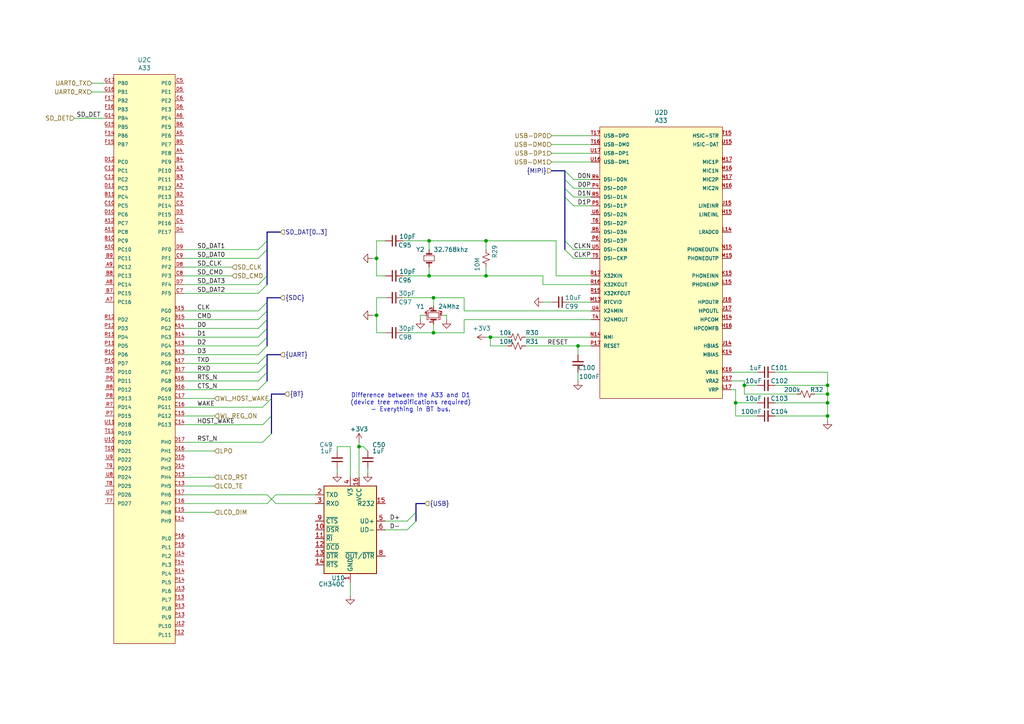
<source format=kicad_sch>
(kicad_sch (version 20231120) (generator "eeschema") (generator_version "8.0")
  (paper "A4")
  (title_block (title "Wifi Wart NFF") (rev "R0.1") (company "Interrupt Labs"))
  (lib_symbols
    (symbol "Allwinner_A33:A33" (pin_names (offset 1.016))
      (property "Reference" "U" (at 0 5.08 0))
      (property "Value" "A33" (at 0 7.62 0))
      (symbol "A33_1_1"
        (rectangle (start 5.08 2.54) (end 27.94 -91.44) (fill (type background)))
        (pin unspecified line (at 2.54 -20.32 0) (length 2.54) (name "DA6") (number "A1"))
        (pin unspecified line (at 2.54 -25.4 0) (length 2.54) (name "DA8") (number "B1"))
        (pin unspecified line (at 2.54 -40.64 0) (length 2.54) (name "DA14") (number "C1"))
        (pin unspecified line (at 2.54 -33.02 0) (length 2.54) (name "DA11") (number "C2"))
        (pin unspecified line (at 2.54 -7.62 0) (length 2.54) (name "DA1") (number "D1"))
        (pin unspecified line (at 2.54 -15.24 0) (length 2.54) (name "DA4") (number "D2"))
        (pin unspecified line (at 2.54 -35.56 0) (length 2.54) (name "DA12") (number "E1"))
        (pin unspecified line (at 2.54 -30.48 0) (length 2.54) (name "DA10") (number "E2"))
        (pin unspecified line (at 2.54 -43.18 0) (length 2.54) (name "DA15") (number "E3"))
        (pin unspecified line (at 2.54 -5.08 0) (length 2.54) (name "DA0") (number "E4"))
        (pin unspecified line (at 2.54 -17.78 0) (length 2.54) (name "DA5") (number "F1"))
        (pin unspecified line (at 2.54 -10.16 0) (length 2.54) (name "DA2") (number "F2"))
        (pin unspecified line (at 2.54 -38.1 0) (length 2.54) (name "DA13") (number "F3"))
        (pin unspecified line (at 2.54 -27.94 0) (length 2.54) (name "DA9") (number "F4"))
        (pin unspecified line (at 2.54 -68.58 0) (length 2.54) (name "DCK") (number "G1"))
        (pin unspecified line (at 2.54 -71.12 0) (length 2.54) (name "DCKB") (number "G2"))
        (pin unspecified line (at 2.54 -88.9 0) (length 2.54) (name "DRST") (number "G3"))
        (pin unspecified line (at 2.54 -22.86 0) (length 2.54) (name "DA7") (number "G4"))
        (pin unspecified line (at 30.48 -15.24 180) (length 2.54) (name "DQ6") (number "H1"))
        (pin unspecified line (at 30.48 -17.78 180) (length 2.54) (name "DQ7") (number "H2"))
        (pin unspecified line (at 2.54 -12.7 0) (length 2.54) (name "DA3") (number "H3"))
        (pin unspecified line (at 30.48 -48.26 180) (length 2.54) (name "DBA2") (number "H4"))
        (pin unspecified line (at 30.48 -10.16 180) (length 2.54) (name "DQ4") (number "J1"))
        (pin unspecified line (at 30.48 -12.7 180) (length 2.54) (name "DQ5") (number "J2"))
        (pin unspecified line (at 30.48 -43.18 180) (length 2.54) (name "DBA0") (number "J3"))
        (pin unspecified line (at 2.54 -73.66 0) (length 2.54) (name "DCKE") (number "J4"))
        (pin unspecified line (at 30.48 -63.5 180) (length 2.54) (name "DQS0B") (number "K1"))
        (pin unspecified line (at 30.48 -60.96 180) (length 2.54) (name "DQS0") (number "K2"))
        (pin unspecified line (at 2.54 -81.28 0) (length 2.54) (name "DWE") (number "K3"))
        (pin unspecified line (at 30.48 -45.72 180) (length 2.54) (name "DBA1") (number "K4"))
        (pin unspecified line (at 30.48 -5.08 180) (length 2.54) (name "DQ2") (number "L1"))
        (pin unspecified line (at 30.48 -7.62 180) (length 2.54) (name "DQ3") (number "L2"))
        (pin unspecified line (at 2.54 -60.96 0) (length 2.54) (name "DODT") (number "L3"))
        (pin unspecified line (at 2.54 -50.8 0) (length 2.54) (name "DRAS") (number "L4"))
        (pin unspecified line (at 2.54 -63.5 0) (length 2.54) (name "DODT1") (number "L7"))
        (pin unspecified line (at 30.48 0 180) (length 2.54) (name "DQ0") (number "M1"))
        (pin unspecified line (at 30.48 -2.54 180) (length 2.54) (name "DQ1") (number "M2"))
        (pin unspecified line (at 2.54 -48.26 0) (length 2.54) (name "DCAS") (number "M3"))
        (pin unspecified line (at 2.54 0 0) (length 2.54) (name "DVREF") (number "M4"))
        (pin unspecified line (at 30.48 -38.1 180) (length 2.54) (name "DQ15") (number "N1"))
        (pin unspecified line (at 30.48 -66.04 180) (length 2.54) (name "DQM0") (number "N2"))
        (pin unspecified line (at 2.54 -55.88 0) (length 2.54) (name "DCS") (number "N3"))
        (pin unspecified line (at 2.54 -58.42 0) (length 2.54) (name "DCS1") (number "N5"))
        (pin unspecified line (at 2.54 -76.2 0) (length 2.54) (name "DCKE1") (number "N7"))
        (pin unspecified line (at 30.48 -33.02 180) (length 2.54) (name "DQ13") (number "P1"))
        (pin unspecified line (at 30.48 -35.56 180) (length 2.54) (name "DQ14") (number "P2"))
        (pin unspecified line (at 30.48 -53.34 180) (length 2.54) (name "DQS1") (number "R1"))
        (pin unspecified line (at 30.48 -30.48 180) (length 2.54) (name "DQ12") (number "R2"))
        (pin unspecified line (at 2.54 -83.82 0) (length 2.54) (name "DZQ") (number "R3"))
        (pin unspecified line (at 30.48 -55.88 180) (length 2.54) (name "DQS1B") (number "T1"))
        (pin unspecified line (at 30.48 -27.94 180) (length 2.54) (name "DQ11") (number "T2"))
        (pin unspecified line (at 30.48 -58.42 180) (length 2.54) (name "DQM1") (number "T3"))
        (pin unspecified line (at 30.48 -22.86 180) (length 2.54) (name "DQ9") (number "U1"))
        (pin unspecified line (at 30.48 -25.4 180) (length 2.54) (name "DQ10") (number "U2"))
        (pin unspecified line (at 30.48 -20.32 180) (length 2.54) (name "DQ8") (number "U3"))
      )
      (symbol "A33_2_1"
        (rectangle (start 5.08 2.54) (end 38.1 -114.3) (fill (type background)))
        (pin unspecified line (at 2.54 -93.98 0) (length 2.54) (name "VDD-SYS") (number "E10"))
        (pin unspecified line (at 2.54 -76.2 0) (length 2.54) (name "VCC-IO") (number "E11"))
        (pin unspecified line (at 2.54 -78.74 0) (length 2.54) (name "VCC-IO") (number "E12"))
        (pin unspecified line (at 2.54 -53.34 0) (length 2.54) (name "VDD-CPU") (number "E5"))
        (pin unspecified line (at 2.54 -55.88 0) (length 2.54) (name "VDD-CPU") (number "E6"))
        (pin unspecified line (at 2.54 -58.42 0) (length 2.54) (name "VDD-CPU") (number "E7"))
        (pin unspecified line (at 2.54 -88.9 0) (length 2.54) (name "VDD-SYS") (number "E8"))
        (pin unspecified line (at 2.54 -91.44 0) (length 2.54) (name "VDD-SYS") (number "E9"))
        (pin unspecified line (at 40.64 -38.1 180) (length 2.54) (name "GND") (number "F10"))
        (pin unspecified line (at 2.54 -81.28 0) (length 2.54) (name "VCC-IO") (number "F11"))
        (pin unspecified line (at 2.54 -83.82 0) (length 2.54) (name "VCC-IO") (number "F12"))
        (pin unspecified line (at 2.54 -60.96 0) (length 2.54) (name "VDD-CPU") (number "F5"))
        (pin unspecified line (at 2.54 -63.5 0) (length 2.54) (name "VDD-CPU") (number "F6"))
        (pin unspecified line (at 2.54 -66.04 0) (length 2.54) (name "VDD-CPU") (number "F7"))
        (pin unspecified line (at 40.64 -33.02 180) (length 2.54) (name "GND") (number "F8"))
        (pin unspecified line (at 40.64 -35.56 180) (length 2.54) (name "GND") (number "F9"))
        (pin unspecified line (at 40.64 -48.26 180) (length 2.54) (name "GND") (number "G10"))
        (pin unspecified line (at 40.64 -50.8 180) (length 2.54) (name "GND") (number "G11"))
        (pin unspecified line (at 2.54 -86.36 0) (length 2.54) (name "VCC-IO") (number "G12"))
        (pin unspecified line (at 2.54 -68.58 0) (length 2.54) (name "VDD-CPU") (number "G5"))
        (pin unspecified line (at 2.54 -71.12 0) (length 2.54) (name "VDD-CPU") (number "G6"))
        (pin unspecified line (at 40.64 -40.64 180) (length 2.54) (name "GND") (number "G7"))
        (pin unspecified line (at 40.64 -43.18 180) (length 2.54) (name "GND") (number "G8"))
        (pin unspecified line (at 40.64 -45.72 180) (length 2.54) (name "GND") (number "G9"))
        (pin unspecified line (at 40.64 -60.96 180) (length 2.54) (name "GND") (number "H10"))
        (pin unspecified line (at 40.64 -63.5 180) (length 2.54) (name "GND") (number "H11"))
        (pin unspecified line (at 40.64 -66.04 180) (length 2.54) (name "GND") (number "H12"))
        (pin unspecified line (at 40.64 -25.4 180) (length 2.54) (name "AGND") (number "H13"))
        (pin unspecified line (at 2.54 -5.08 0) (length 2.54) (name "HPVCCBP") (number "H17"))
        (pin unspecified line (at 2.54 -12.7 0) (length 2.54) (name "VCC-DRAM") (number "H5"))
        (pin unspecified line (at 2.54 -22.86 0) (length 2.54) (name "VCC-DRAM") (number "H6"))
        (pin unspecified line (at 40.64 -53.34 180) (length 2.54) (name "GND") (number "H7"))
        (pin unspecified line (at 40.64 -55.88 180) (length 2.54) (name "GND") (number "H8"))
        (pin unspecified line (at 40.64 -58.42 180) (length 2.54) (name "GND") (number "H9"))
        (pin unspecified line (at 40.64 -76.2 180) (length 2.54) (name "GND") (number "J10"))
        (pin unspecified line (at 40.64 -78.74 180) (length 2.54) (name "GND") (number "J11"))
        (pin unspecified line (at 40.64 -81.28 180) (length 2.54) (name "GND") (number "J12"))
        (pin unspecified line (at 2.54 -15.24 0) (length 2.54) (name "VCC-DRAM") (number "J5"))
        (pin unspecified line (at 2.54 -25.4 0) (length 2.54) (name "VCC-DRAM") (number "J6"))
        (pin unspecified line (at 40.64 -68.58 180) (length 2.54) (name "GND") (number "J7"))
        (pin unspecified line (at 40.64 -71.12 180) (length 2.54) (name "GND") (number "J8"))
        (pin unspecified line (at 40.64 -73.66 180) (length 2.54) (name "GND") (number "J9"))
        (pin unspecified line (at 40.64 -91.44 180) (length 2.54) (name "GND") (number "K10"))
        (pin unspecified line (at 40.64 -93.98 180) (length 2.54) (name "GND") (number "K11"))
        (pin unspecified line (at 40.64 -96.52 180) (length 2.54) (name "GND") (number "K12"))
        (pin unspecified line (at 2.54 -7.62 0) (length 2.54) (name "HPVCCIN") (number "K13"))
        (pin unspecified line (at 2.54 -17.78 0) (length 2.54) (name "VCC-DRAM") (number "K5"))
        (pin unspecified line (at 2.54 -96.52 0) (length 2.54) (name "VDD-SYS") (number "K6"))
        (pin unspecified line (at 40.64 -83.82 180) (length 2.54) (name "GND") (number "K7"))
        (pin unspecified line (at 40.64 -86.36 180) (length 2.54) (name "GND") (number "K8"))
        (pin unspecified line (at 40.64 -88.9 180) (length 2.54) (name "GND") (number "K9"))
        (pin unspecified line (at 40.64 -104.14 180) (length 2.54) (name "GND") (number "L10"))
        (pin unspecified line (at 40.64 -106.68 180) (length 2.54) (name "GND") (number "L11"))
        (pin unspecified line (at 2.54 -45.72 0) (length 2.54) (name "VCC-USB") (number "L12"))
        (pin unspecified line (at 2.54 0 0) (length 2.54) (name "AVCC") (number "L16"))
        (pin unspecified line (at 2.54 -20.32 0) (length 2.54) (name "VCC-DRAM") (number "L5"))
        (pin unspecified line (at 2.54 -99.06 0) (length 2.54) (name "VDD-SYS") (number "L6"))
        (pin unspecified line (at 40.64 -99.06 180) (length 2.54) (name "GND") (number "L8"))
        (pin unspecified line (at 40.64 -101.6 180) (length 2.54) (name "GND") (number "L9"))
        (pin unspecified line (at 40.64 -111.76 180) (length 2.54) (name "GND") (number "M10"))
        (pin unspecified line (at 2.54 -38.1 0) (length 2.54) (name "VCC-PD") (number "M11"))
        (pin unspecified line (at 2.54 -43.18 0) (length 2.54) (name "VCC-RTC") (number "M12"))
        (pin unspecified line (at 2.54 -50.8 0) (length 2.54) (name "VDD-CPUS") (number "M14"))
        (pin unspecified line (at 2.54 -35.56 0) (length 2.54) (name "VCC-PLL") (number "M5"))
        (pin unspecified line (at 2.54 -101.6 0) (length 2.54) (name "VDD-SYS") (number "M6"))
        (pin unspecified line (at 2.54 -104.14 0) (length 2.54) (name "VDD-SYS") (number "M7"))
        (pin unspecified line (at 2.54 -30.48 0) (length 2.54) (name "VCC-EFUSE") (number "M8"))
        (pin unspecified line (at 40.64 -109.22 180) (length 2.54) (name "GND") (number "M9"))
        (pin unspecified line (at 2.54 -111.76 0) (length 2.54) (name "VDD-SYS") (number "N10"))
        (pin unspecified line (at 2.54 -40.64 0) (length 2.54) (name "VCC-PD") (number "N11"))
        (pin unspecified line (at 2.54 -33.02 0) (length 2.54) (name "VCC-HSIC") (number "N12"))
        (pin unspecified line (at 40.64 -30.48 180) (length 2.54) (name "GND") (number "N4"))
        (pin unspecified line (at 2.54 -27.94 0) (length 2.54) (name "VCC-DSI") (number "N6"))
        (pin unspecified line (at 2.54 -106.68 0) (length 2.54) (name "VDD-SYS") (number "N8"))
        (pin unspecified line (at 2.54 -109.22 0) (length 2.54) (name "VDD-SYS") (number "N9"))
        (pin unspecified line (at 2.54 -73.66 0) (length 2.54) (name "VDD-DLL") (number "P3"))
      )
      (symbol "A33_3_1"
        (rectangle (start 5.08 2.54) (end 22.86 -162.56) (fill (type background)))
        (pin unspecified line (at 2.54 -48.26 0) (length 2.54) (name "PC10") (number "A10"))
        (pin unspecified line (at 2.54 -43.18 0) (length 2.54) (name "PC8") (number "A11"))
        (pin unspecified line (at 2.54 -40.64 0) (length 2.54) (name "PC7") (number "A12"))
        (pin unspecified line (at 25.4 -76.2 180) (length 2.54) (name "PG4") (number "A13"))
        (pin unspecified line (at 25.4 -71.12 180) (length 2.54) (name "PG2") (number "A14"))
        (pin unspecified line (at 25.4 -66.04 180) (length 2.54) (name "PG0") (number "A15"))
        (pin unspecified line (at 25.4 -86.36 180) (length 2.54) (name "PG8") (number "A16"))
        (pin unspecified line (at 25.4 -81.28 180) (length 2.54) (name "PG6") (number "A17"))
        (pin unspecified line (at 25.4 -30.48 180) (length 2.54) (name "PE12") (number "A2"))
        (pin unspecified line (at 25.4 -25.4 180) (length 2.54) (name "PE10") (number "A3"))
        (pin unspecified line (at 25.4 -20.32 180) (length 2.54) (name "PE8") (number "A4"))
        (pin unspecified line (at 25.4 -15.24 180) (length 2.54) (name "PE6") (number "A5"))
        (pin unspecified line (at 25.4 -10.16 180) (length 2.54) (name "PE4") (number "A6"))
        (pin unspecified line (at 2.54 -63.5 0) (length 2.54) (name "PC16") (number "A7"))
        (pin unspecified line (at 2.54 -58.42 0) (length 2.54) (name "PC14") (number "A8"))
        (pin unspecified line (at 2.54 -53.34 0) (length 2.54) (name "PC12") (number "A9"))
        (pin unspecified line (at 2.54 -45.72 0) (length 2.54) (name "PC9") (number "B10"))
        (pin unspecified line (at 2.54 -33.02 0) (length 2.54) (name "PC4") (number "B11"))
        (pin unspecified line (at 25.4 -78.74 180) (length 2.54) (name "PG5") (number "B13"))
        (pin unspecified line (at 25.4 -73.66 180) (length 2.54) (name "PG3") (number "B14"))
        (pin unspecified line (at 25.4 -68.58 180) (length 2.54) (name "PG1") (number "B15"))
        (pin unspecified line (at 25.4 -88.9 180) (length 2.54) (name "PG9") (number "B16"))
        (pin unspecified line (at 25.4 -83.82 180) (length 2.54) (name "PG7") (number "B17"))
        (pin unspecified line (at 25.4 -33.02 180) (length 2.54) (name "PE13") (number "B2"))
        (pin unspecified line (at 25.4 -27.94 180) (length 2.54) (name "PE11") (number "B3"))
        (pin unspecified line (at 25.4 -22.86 180) (length 2.54) (name "PE9") (number "B4"))
        (pin unspecified line (at 25.4 -17.78 180) (length 2.54) (name "PE7") (number "B5"))
        (pin unspecified line (at 25.4 -12.7 180) (length 2.54) (name "PE5") (number "B6"))
        (pin unspecified line (at 2.54 -60.96 0) (length 2.54) (name "PC15") (number "B7"))
        (pin unspecified line (at 2.54 -55.88 0) (length 2.54) (name "PC13") (number "B8"))
        (pin unspecified line (at 2.54 -50.8 0) (length 2.54) (name "PC11") (number "B9"))
        (pin unspecified line (at 2.54 -35.56 0) (length 2.54) (name "PC5") (number "C10"))
        (pin unspecified line (at 2.54 -27.94 0) (length 2.54) (name "PC2") (number "C11"))
        (pin unspecified line (at 2.54 -25.4 0) (length 2.54) (name "PC1") (number "C12"))
        (pin unspecified line (at 25.4 -116.84 180) (length 2.54) (name "PH5") (number "C13"))
        (pin unspecified line (at 25.4 -99.06 180) (length 2.54) (name "PG13") (number "C14"))
        (pin unspecified line (at 25.4 -96.52 180) (length 2.54) (name "PG12") (number "C15"))
        (pin unspecified line (at 25.4 -93.98 180) (length 2.54) (name "PG11") (number "C16"))
        (pin unspecified line (at 25.4 -91.44 180) (length 2.54) (name "PG10") (number "C17"))
        (pin unspecified line (at 25.4 -35.56 180) (length 2.54) (name "PE14") (number "C3"))
        (pin unspecified line (at 25.4 -40.64 180) (length 2.54) (name "PE16") (number "C4"))
        (pin unspecified line (at 25.4 0 180) (length 2.54) (name "PE0") (number "C5"))
        (pin unspecified line (at 25.4 -5.08 180) (length 2.54) (name "PE2") (number "C6"))
        (pin unspecified line (at 25.4 -60.96 180) (length 2.54) (name "PF5") (number "C7"))
        (pin unspecified line (at 25.4 -55.88 180) (length 2.54) (name "PF3") (number "C8"))
        (pin unspecified line (at 25.4 -50.8 180) (length 2.54) (name "PF1") (number "C9"))
        (pin unspecified line (at 2.54 -38.1 0) (length 2.54) (name "PC6") (number "D10"))
        (pin unspecified line (at 2.54 -30.48 0) (length 2.54) (name "PC3") (number "D11"))
        (pin unspecified line (at 2.54 -22.86 0) (length 2.54) (name "PC0") (number "D12"))
        (pin unspecified line (at 25.4 -114.3 180) (length 2.54) (name "PH4") (number "D13"))
        (pin unspecified line (at 25.4 -111.76 180) (length 2.54) (name "PH3") (number "D14"))
        (pin unspecified line (at 25.4 -109.22 180) (length 2.54) (name "PH2") (number "D15"))
        (pin unspecified line (at 25.4 -106.68 180) (length 2.54) (name "PH1") (number "D16"))
        (pin unspecified line (at 25.4 -104.14 180) (length 2.54) (name "PH0") (number "D17"))
        (pin unspecified line (at 25.4 -38.1 180) (length 2.54) (name "PE15") (number "D3"))
        (pin unspecified line (at 25.4 -43.18 180) (length 2.54) (name "PE17") (number "D4"))
        (pin unspecified line (at 25.4 -2.54 180) (length 2.54) (name "PE1") (number "D5"))
        (pin unspecified line (at 25.4 -7.62 180) (length 2.54) (name "PE3") (number "D6"))
        (pin unspecified line (at 25.4 -58.42 180) (length 2.54) (name "PF4") (number "D7"))
        (pin unspecified line (at 25.4 -53.34 180) (length 2.54) (name "PF2") (number "D8"))
        (pin unspecified line (at 25.4 -48.26 180) (length 2.54) (name "PF0") (number "D9"))
        (pin unspecified line (at 25.4 -127 180) (length 2.54) (name "PH9") (number "E14"))
        (pin unspecified line (at 25.4 -124.46 180) (length 2.54) (name "PH8") (number "E15"))
        (pin unspecified line (at 25.4 -121.92 180) (length 2.54) (name "PH7") (number "E16"))
        (pin unspecified line (at 25.4 -119.38 180) (length 2.54) (name "PH6") (number "E17"))
        (pin unspecified line (at 2.54 -15.24 0) (length 2.54) (name "PB6") (number "F14"))
        (pin unspecified line (at 2.54 -17.78 0) (length 2.54) (name "PB7") (number "F15"))
        (pin unspecified line (at 2.54 -7.62 0) (length 2.54) (name "PB3") (number "F16"))
        (pin unspecified line (at 2.54 -5.08 0) (length 2.54) (name "PB2") (number "F17"))
        (pin unspecified line (at 2.54 -10.16 0) (length 2.54) (name "PB4") (number "G14"))
        (pin unspecified line (at 2.54 -12.7 0) (length 2.54) (name "PB5") (number "G15"))
        (pin unspecified line (at 2.54 -2.54 0) (length 2.54) (name "PB1") (number "G16"))
        (pin unspecified line (at 2.54 0 0) (length 2.54) (name "PB0") (number "G17"))
        (pin unspecified line (at 2.54 -81.28 0) (length 2.54) (name "PD7") (number "P10"))
        (pin unspecified line (at 2.54 -76.2 0) (length 2.54) (name "PD5") (number "P11"))
        (pin unspecified line (at 2.54 -71.12 0) (length 2.54) (name "PD3") (number "P12"))
        (pin unspecified line (at 25.4 -154.94 180) (length 2.54) (name "PL9") (number "P13"))
        (pin unspecified line (at 25.4 -144.78 180) (length 2.54) (name "PL5") (number "P14"))
        (pin unspecified line (at 25.4 -134.62 180) (length 2.54) (name "PL1") (number "P15"))
        (pin unspecified line (at 25.4 -132.08 180) (length 2.54) (name "PL0") (number "P16"))
        (pin unspecified line (at 2.54 -96.52 0) (length 2.54) (name "PD15") (number "P7"))
        (pin unspecified line (at 2.54 -91.44 0) (length 2.54) (name "PD13") (number "P8"))
        (pin unspecified line (at 2.54 -86.36 0) (length 2.54) (name "PD11") (number "P9"))
        (pin unspecified line (at 2.54 -78.74 0) (length 2.54) (name "PD6") (number "R10"))
        (pin unspecified line (at 2.54 -73.66 0) (length 2.54) (name "PD4") (number "R11"))
        (pin unspecified line (at 2.54 -68.58 0) (length 2.54) (name "PD2") (number "R12"))
        (pin unspecified line (at 25.4 -152.4 180) (length 2.54) (name "PL8") (number "R13"))
        (pin unspecified line (at 25.4 -142.24 180) (length 2.54) (name "PL4") (number "R14"))
        (pin unspecified line (at 2.54 -93.98 0) (length 2.54) (name "PD14") (number "R7"))
        (pin unspecified line (at 2.54 -88.9 0) (length 2.54) (name "PD12") (number "R8"))
        (pin unspecified line (at 2.54 -83.82 0) (length 2.54) (name "PD10") (number "R9"))
        (pin unspecified line (at 2.54 -106.68 0) (length 2.54) (name "PD21") (number "T10"))
        (pin unspecified line (at 2.54 -101.6 0) (length 2.54) (name "PD19") (number "T11"))
        (pin unspecified line (at 25.4 -160.02 180) (length 2.54) (name "PL11") (number "T12"))
        (pin unspecified line (at 25.4 -149.86 180) (length 2.54) (name "PL7") (number "T13"))
        (pin unspecified line (at 25.4 -139.7 180) (length 2.54) (name "PL3") (number "T14"))
        (pin unspecified line (at 2.54 -121.92 0) (length 2.54) (name "PD27") (number "T7"))
        (pin unspecified line (at 2.54 -116.84 0) (length 2.54) (name "PD25") (number "T8"))
        (pin unspecified line (at 2.54 -111.76 0) (length 2.54) (name "PD23") (number "T9"))
        (pin unspecified line (at 2.54 -104.14 0) (length 2.54) (name "PD20") (number "U10"))
        (pin unspecified line (at 2.54 -99.06 0) (length 2.54) (name "PD18") (number "U11"))
        (pin unspecified line (at 25.4 -157.48 180) (length 2.54) (name "PL10") (number "U12"))
        (pin unspecified line (at 25.4 -147.32 180) (length 2.54) (name "PL6") (number "U13"))
        (pin unspecified line (at 25.4 -137.16 180) (length 2.54) (name "PL2") (number "U14"))
        (pin unspecified line (at 2.54 -119.38 0) (length 2.54) (name "PD26") (number "U7"))
        (pin unspecified line (at 2.54 -114.3 0) (length 2.54) (name "PD24") (number "U8"))
        (pin unspecified line (at 2.54 -109.22 0) (length 2.54) (name "PD22") (number "U9"))
      )
      (symbol "A33_4_1"
        (rectangle (start 5.08 2.54) (end 40.64 -76.2) (fill (type background)))
        (pin unspecified line (at 43.18 -53.34 180) (length 2.54) (name "HPCOM") (number "H14"))
        (pin unspecified line (at 43.18 -22.86 180) (length 2.54) (name "LINEINL") (number "H15"))
        (pin unspecified line (at 43.18 -55.88 180) (length 2.54) (name "HPCOMFB") (number "H16"))
        (pin unspecified line (at 43.18 -60.96 180) (length 2.54) (name "HBIAS") (number "J14"))
        (pin unspecified line (at 43.18 -20.32 180) (length 2.54) (name "LINEINR") (number "J15"))
        (pin unspecified line (at 43.18 -48.26 180) (length 2.54) (name "HPOUTR") (number "J16"))
        (pin unspecified line (at 43.18 -50.8 180) (length 2.54) (name "HPOUTL") (number "J17"))
        (pin unspecified line (at 43.18 -63.5 180) (length 2.54) (name "MBIAS") (number "K14"))
        (pin unspecified line (at 43.18 -40.64 180) (length 2.54) (name "PHONEINN") (number "K15"))
        (pin unspecified line (at 43.18 -68.58 180) (length 2.54) (name "VRA1") (number "K16"))
        (pin unspecified line (at 43.18 -71.12 180) (length 2.54) (name "VRA2") (number "K17"))
        (pin unspecified line (at 43.18 -27.94 180) (length 2.54) (name "LRADC0") (number "L14"))
        (pin unspecified line (at 43.18 -43.18 180) (length 2.54) (name "PHONEINP") (number "L15"))
        (pin unspecified line (at 43.18 -73.66 180) (length 2.54) (name "VRP") (number "L17"))
        (pin unspecified line (at 2.54 -48.26 0) (length 2.54) (name "RTCVIO") (number "M13"))
        (pin unspecified line (at 43.18 -35.56 180) (length 2.54) (name "PHONEOUTP") (number "M15"))
        (pin unspecified line (at 43.18 -10.16 180) (length 2.54) (name "MIC1N") (number "M16"))
        (pin unspecified line (at 43.18 -7.62 180) (length 2.54) (name "MIC1P") (number "M17"))
        (pin unspecified line (at 2.54 -58.42 0) (length 2.54) (name "NMI") (number "N14"))
        (pin unspecified line (at 43.18 -33.02 180) (length 2.54) (name "PHONEOUTN") (number "N15"))
        (pin unspecified line (at 43.18 -15.24 180) (length 2.54) (name "MIC2N") (number "N16"))
        (pin unspecified line (at 43.18 -12.7 180) (length 2.54) (name "MIC2P") (number "N17"))
        (pin unspecified line (at 2.54 -60.96 0) (length 2.54) (name "RESET") (number "P17"))
        (pin unspecified line (at 2.54 -15.24 0) (length 2.54) (name "DSI-D0P") (number "P4"))
        (pin unspecified line (at 2.54 -20.32 0) (length 2.54) (name "DSI-D1P") (number "P5"))
        (pin unspecified line (at 2.54 -30.48 0) (length 2.54) (name "DSI-D3P") (number "P6"))
        (pin unspecified line (at 2.54 -45.72 0) (length 2.54) (name "X32KFOUT") (number "R15"))
        (pin unspecified line (at 2.54 -43.18 0) (length 2.54) (name "X32KOUT") (number "R16"))
        (pin unspecified line (at 2.54 -40.64 0) (length 2.54) (name "X32KIN") (number "R17"))
        (pin unspecified line (at 2.54 -12.7 0) (length 2.54) (name "DSI-D0N") (number "R4"))
        (pin unspecified line (at 2.54 -17.78 0) (length 2.54) (name "DSI-D1N") (number "R5"))
        (pin unspecified line (at 2.54 -27.94 0) (length 2.54) (name "DSI-D3N") (number "R6"))
        (pin unspecified line (at 43.18 0 180) (length 2.54) (name "HSIC-STR") (number "T15"))
        (pin unspecified line (at 2.54 -2.54 0) (length 2.54) (name "USB-DM0") (number "T16"))
        (pin unspecified line (at 2.54 0 0) (length 2.54) (name "USB-DP0") (number "T17"))
        (pin unspecified line (at 2.54 -53.34 0) (length 2.54) (name "X24MOUT") (number "T4"))
        (pin unspecified line (at 2.54 -35.56 0) (length 2.54) (name "DSI-CKP") (number "T5"))
        (pin unspecified line (at 2.54 -25.4 0) (length 2.54) (name "DSI-D2P") (number "T6"))
        (pin unspecified line (at 43.18 -2.54 180) (length 2.54) (name "HSIC-DAT") (number "U15"))
        (pin unspecified line (at 2.54 -7.62 0) (length 2.54) (name "USB-DM1") (number "U16"))
        (pin unspecified line (at 2.54 -5.08 0) (length 2.54) (name "USB-DP1") (number "U17"))
        (pin unspecified line (at 2.54 -50.8 0) (length 2.54) (name "X24MIN") (number "U4"))
        (pin unspecified line (at 2.54 -33.02 0) (length 2.54) (name "DSI-CKN") (number "U5"))
        (pin unspecified line (at 2.54 -22.86 0) (length 2.54) (name "DSI-D2N") (number "U6"))
      )
    )
    (symbol "Device:C_Small" (pin_numbers hide) (pin_names (offset 0.254) hide)
      (property "Reference" "C" (at 0.254 1.778 0))
      (property "Value" "C_Small" (at 0.254 -2.032 0))
      (symbol "C_Small_0_1"
        (polyline (pts (xy -1.524 -0.508) (xy 1.524 -0.508)) (stroke (width 0.3302)))
        (polyline (pts (xy -1.524 0.508) (xy 1.524 0.508)) (stroke (width 0.3048)))
      )
      (symbol "C_Small_1_1"
        (pin passive line (at 0 2.54 270) (length 2.032) (name "~") (number "1"))
        (pin passive line (at 0 -2.54 90) (length 2.032) (name "~") (number "2"))
      )
    )
    (symbol "Device:Crystal_GND24_Small" (pin_names (offset 1.016) hide)
      (property "Reference" "Y" (at 1.27 4.445 0))
      (property "Value" "Crystal_GND24_Small" (at 1.27 2.54 0))
      (symbol "Crystal_GND24_Small_0_1"
        (rectangle (start -0.762 -1.524) (end 0.762 1.524))
        (polyline (pts (xy -1.27 -0.762) (xy -1.27 0.762)) (stroke (width 0.381)))
        (polyline (pts (xy 1.27 -0.762) (xy 1.27 0.762)) (stroke (width 0.381)))
        (polyline (pts (xy -1.27 -1.27) (xy -1.27 -1.905) (xy 1.27 -1.905) (xy 1.27 -1.27)))
        (polyline (pts (xy -1.27 1.27) (xy -1.27 1.905) (xy 1.27 1.905) (xy 1.27 1.27)))
      )
      (symbol "Crystal_GND24_Small_1_1"
        (pin passive line (at -2.54 0 0) (length 1.27) (name "1") (number "1"))
        (pin passive line (at 0 -2.54 90) (length 0.635) (name "2") (number "2"))
        (pin passive line (at 2.54 0 180) (length 1.27) (name "3") (number "3"))
        (pin passive line (at 0 2.54 270) (length 0.635) (name "4") (number "4"))
      )
    )
    (symbol "Device:Crystal_Small" (pin_numbers hide) (pin_names (offset 1.016) hide)
      (property "Reference" "Y" (at 0 2.54 0))
      (property "Value" "Crystal_Small" (at 0 -2.54 0))
      (symbol "Crystal_Small_0_1"
        (rectangle (start -0.762 -1.524) (end 0.762 1.524))
        (polyline (pts (xy -1.27 -0.762) (xy -1.27 0.762)) (stroke (width 0.381)))
        (polyline (pts (xy 1.27 -0.762) (xy 1.27 0.762)) (stroke (width 0.381)))
      )
      (symbol "Crystal_Small_1_1"
        (pin passive line (at -2.54 0 0) (length 1.27) (name "1") (number "1"))
        (pin passive line (at 2.54 0 180) (length 1.27) (name "2") (number "2"))
      )
    )
    (symbol "Device:R_Small_US" (pin_numbers hide) (pin_names (offset 0.254) hide)
      (property "Reference" "R" (at 0.762 0.508 0))
      (property "Value" "R_Small_US" (at 0.762 -1.016 0))
      (symbol "R_Small_US_1_1"
        (polyline (pts (xy 0 0) (xy 1.016 -0.381) (xy 0 -0.762) (xy -1.016 -1.143) (xy 0 -1.524)))
        (polyline (pts (xy 0 1.524) (xy 1.016 1.143) (xy 0 0.762) (xy -1.016 0.381) (xy 0 0)))
        (pin passive line (at 0 2.54 270) (length 1.016) (name "~") (number "1"))
        (pin passive line (at 0 -2.54 90) (length 1.016) (name "~") (number "2"))
      )
    )
    (symbol "Interface_USB:CH340C"
      (property "Reference" "U" (at -5.08 13.97 0))
      (property "Value" "CH340C" (at 1.27 13.97 0))
      (symbol "CH340C_0_1"
        (rectangle (start -7.62 12.7) (end 7.62 -12.7) (stroke (width 0.254)) (fill (type background)))
      )
      (symbol "CH340C_1_1"
        (pin power_in line (at 0 -15.24 90) (length 2.54) (name "GND") (number "1"))
        (pin input line (at 10.16 0 180) (length 2.54) (name "~{DSR}") (number "10"))
        (pin input line (at 10.16 -2.54 180) (length 2.54) (name "~{RI}") (number "11"))
        (pin input line (at 10.16 -5.08 180) (length 2.54) (name "~{DCD}") (number "12"))
        (pin output line (at 10.16 -7.62 180) (length 2.54) (name "~{DTR}") (number "13"))
        (pin output line (at 10.16 -10.16 180) (length 2.54) (name "~{RTS}") (number "14"))
        (pin input line (at -10.16 7.62 0) (length 2.54) (name "R232") (number "15"))
        (pin power_in line (at -2.54 15.24 270) (length 2.54) (name "VCC") (number "16"))
        (pin output line (at 10.16 10.16 180) (length 2.54) (name "TXD") (number "2"))
        (pin input line (at 10.16 7.62 180) (length 2.54) (name "RXD") (number "3"))
        (pin power_out line (at 0 15.24 270) (length 2.54) (name "V3") (number "4"))
        (pin bidirectional line (at -10.16 2.54 0) (length 2.54) (name "UD+") (number "5"))
        (pin bidirectional line (at -10.16 0 0) (length 2.54) (name "UD-") (number "6"))
        (pin no_connect line (at -7.62 -5.08 0) (length 2.54) hide (name "NC") (number "7"))
        (pin output line (at -10.16 -7.62 0) (length 2.54) (name "~{OUT}/~{DTR}") (number "8"))
        (pin input line (at 10.16 2.54 180) (length 2.54) (name "~{CTS}") (number "9"))
      )
    )
    (symbol "hardware-rescue:+3V3-power" (power) (pin_names (offset 0))
      (property "Value" "power_+3V3" (at 0 3.556 0))
      (symbol "+3V3-power_0_1"
        (polyline (pts (xy -0.762 1.27) (xy 0 2.54)))
        (polyline (pts (xy 0 0) (xy 0 2.54)))
        (polyline (pts (xy 0 2.54) (xy 0.762 1.27)))
      )
      (symbol "+3V3-power_1_1"
        (pin power_in line (at 0 0 90) (length 0) hide (name "+3V3") (number "1"))
      )
    )
    (symbol "hardware-rescue:GND-power" (power) (pin_names (offset 0))
      (property "Value" "power_GND" (at 0 -3.81 0))
      (symbol "GND-power_0_1"
        (polyline (pts (xy 0 0) (xy 0 -1.27) (xy 1.27 -1.27) (xy 0 -2.54) (xy -1.27 -1.27) (xy 0 -1.27)))
      )
      (symbol "GND-power_1_1"
        (pin power_in line (at 0 0 270) (length 0) hide (name "GND") (number "1"))
      )
    )
    (symbol "power:+3V3" (power) (pin_names (offset 0))
      (property "Value" "+3V3" (at 0 3.556 0))
      (symbol "+3V3_0_1"
        (polyline (pts (xy -0.762 1.27) (xy 0 2.54)))
        (polyline (pts (xy 0 0) (xy 0 2.54)))
        (polyline (pts (xy 0 2.54) (xy 0.762 1.27)))
      )
      (symbol "+3V3_1_1"
        (pin power_in line (at 0 0 90) (length 0) hide (name "+3V3") (number "1"))
      )
    )
  )
  (bus_alias "USB" (members "D+" "D-"))
  (junction (at 215.9 111.76))
  (junction (at 124.46 80.01))
  (junction (at 240.03 116.84))
  (junction (at 104.14 129.54))
  (junction (at 125.73 96.52))
  (junction (at 125.73 86.36))
  (junction (at 109.22 74.93))
  (junction (at 140.97 80.01))
  (junction (at 213.36 116.84))
  (junction (at 109.22 91.44))
  (junction (at 167.64 100.33))
  (junction (at 240.03 111.76))
  (junction (at 240.03 120.65))
  (junction (at 142.24 97.79))
  (junction (at 240.03 114.3))
  (junction (at 124.46 69.85))
  (junction (at 140.97 69.85))
  (bus_entry (at 77.47 69.85) (size -2.54 2.54))
  (bus_entry (at 77.47 107.95) (size -2.54 2.54))
  (bus_entry (at 78.74 120.65) (size -2.54 2.54))
  (bus_entry (at 163.83 57.15) (size 2.54 2.54))
  (bus_entry (at 77.47 92.71) (size -2.54 2.54))
  (bus_entry (at 77.47 105.41) (size -2.54 2.54))
  (bus_entry (at 77.47 102.87) (size -2.54 2.54))
  (bus_entry (at 120.65 151.13) (size -2.54 2.54))
  (bus_entry (at 163.83 72.39) (size 2.54 2.54))
  (bus_entry (at 77.47 80.01) (size -2.54 2.54))
  (bus_entry (at 77.47 72.39) (size -2.54 2.54))
  (bus_entry (at 77.47 87.63) (size -2.54 2.54))
  (bus_entry (at 78.74 125.73) (size -2.54 2.54))
  (bus_entry (at 77.47 95.25) (size -2.54 2.54))
  (bus_entry (at 120.65 148.59) (size -2.54 2.54))
  (bus_entry (at 163.83 49.53) (size 2.54 2.54))
  (bus_entry (at 77.47 110.49) (size -2.54 2.54))
  (bus_entry (at 163.83 69.85) (size 2.54 2.54))
  (bus_entry (at 77.47 90.17) (size -2.54 2.54))
  (bus_entry (at 77.47 100.33) (size -2.54 2.54))
  (bus_entry (at 77.47 97.79) (size -2.54 2.54))
  (bus_entry (at 78.74 115.57) (size -2.54 2.54))
  (bus_entry (at 77.47 82.55) (size -2.54 2.54))
  (bus_entry (at 163.83 52.07) (size 2.54 2.54))
  (bus_entry (at 163.83 54.61) (size 2.54 2.54))
  (bus (pts (xy 120.65 146.05) (xy 120.65 148.59)))
  (wire (pts (xy 76.2 128.27) (xy 53.34 128.27)))
  (wire (pts (xy 74.93 97.79) (xy 53.34 97.79)))
  (wire (pts (xy 53.34 118.11) (xy 76.2 118.11)))
  (wire (pts (xy 109.22 96.52) (xy 109.22 91.44)))
  (wire (pts (xy 166.37 74.93) (xy 171.45 74.93)))
  (wire (pts (xy 111.76 151.13) (xy 118.11 151.13)))
  (bus (pts (xy 77.47 69.85) (xy 77.47 72.39)))
  (bus (pts (xy 81.28 102.87) (xy 77.47 102.87)))
  (wire (pts (xy 215.9 110.49) (xy 215.9 111.76)))
  (wire (pts (xy 171.45 87.63) (xy 165.1 87.63)))
  (wire (pts (xy 109.22 80.01) (xy 109.22 74.93)))
  (wire (pts (xy 26.67 26.67) (xy 30.48 26.67)))
  (wire (pts (xy 240.03 111.76) (xy 240.03 114.3)))
  (bus (pts (xy 123.19 146.05) (xy 120.65 146.05)))
  (wire (pts (xy 129.54 92.71) (xy 129.54 91.44)))
  (bus (pts (xy 77.47 97.79) (xy 77.47 100.33)))
  (wire (pts (xy 53.34 105.41) (xy 74.93 105.41)))
  (wire (pts (xy 111.76 153.67) (xy 118.11 153.67)))
  (wire (pts (xy 62.23 120.65) (xy 53.34 120.65)))
  (wire (pts (xy 240.03 116.84) (xy 240.03 120.65)))
  (wire (pts (xy 109.22 91.44) (xy 107.95 91.44)))
  (wire (pts (xy 111.76 86.36) (xy 109.22 86.36)))
  (wire (pts (xy 140.97 77.47) (xy 140.97 80.01)))
  (wire (pts (xy 152.4 100.33) (xy 167.64 100.33)))
  (wire (pts (xy 74.93 102.87) (xy 53.34 102.87)))
  (wire (pts (xy 157.48 82.55) (xy 171.45 82.55)))
  (wire (pts (xy 161.29 80.01) (xy 161.29 69.85)))
  (wire (pts (xy 104.14 129.54) (xy 104.14 138.43)))
  (wire (pts (xy 109.22 69.85) (xy 109.22 74.93)))
  (wire (pts (xy 53.34 123.19) (xy 76.2 123.19)))
  (wire (pts (xy 124.46 80.01) (xy 140.97 80.01)))
  (wire (pts (xy 62.23 140.97) (xy 53.34 140.97)))
  (wire (pts (xy 140.97 72.39) (xy 140.97 69.85)))
  (wire (pts (xy 160.02 87.63) (xy 157.48 87.63)))
  (wire (pts (xy 116.84 86.36) (xy 125.73 86.36)))
  (bus (pts (xy 77.47 105.41) (xy 77.47 107.95)))
  (wire (pts (xy 160.02 41.91) (xy 171.45 41.91)))
  (wire (pts (xy 142.24 97.79) (xy 142.24 100.33)))
  (wire (pts (xy 97.79 129.54) (xy 97.79 130.81)))
  (wire (pts (xy 74.93 92.71) (xy 53.34 92.71)))
  (wire (pts (xy 125.73 86.36) (xy 125.73 88.9)))
  (wire (pts (xy 124.46 80.01) (xy 116.84 80.01)))
  (bus (pts (xy 163.83 52.07) (xy 163.83 54.61)))
  (bus (pts (xy 120.65 148.59) (xy 120.65 151.13)))
  (wire (pts (xy 109.22 74.93) (xy 107.95 74.93)))
  (wire (pts (xy 236.22 114.3) (xy 240.03 114.3)))
  (wire (pts (xy 80.01 146.05) (xy 91.44 146.05)))
  (wire (pts (xy 166.37 59.69) (xy 171.45 59.69)))
  (wire (pts (xy 74.93 100.33) (xy 53.34 100.33)))
  (wire (pts (xy 142.24 97.79) (xy 140.97 97.79)))
  (wire (pts (xy 123.19 91.44) (xy 121.92 91.44)))
  (wire (pts (xy 53.34 115.57) (xy 62.23 115.57)))
  (bus (pts (xy 77.47 67.31) (xy 77.47 69.85)))
  (wire (pts (xy 224.79 107.95) (xy 240.03 107.95)))
  (wire (pts (xy 124.46 69.85) (xy 140.97 69.85)))
  (wire (pts (xy 104.14 128.27) (xy 104.14 129.54)))
  (wire (pts (xy 53.34 80.01) (xy 67.31 80.01)))
  (wire (pts (xy 53.34 107.95) (xy 74.93 107.95)))
  (bus (pts (xy 163.83 49.53) (xy 163.83 52.07)))
  (wire (pts (xy 53.34 143.51) (xy 77.47 143.51)))
  (wire (pts (xy 240.03 114.3) (xy 240.03 116.84)))
  (wire (pts (xy 116.84 96.52) (xy 125.73 96.52)))
  (wire (pts (xy 124.46 77.47) (xy 124.46 80.01)))
  (bus (pts (xy 163.83 69.85) (xy 163.83 72.39)))
  (wire (pts (xy 111.76 69.85) (xy 109.22 69.85)))
  (wire (pts (xy 213.36 120.65) (xy 213.36 116.84)))
  (wire (pts (xy 134.62 96.52) (xy 134.62 92.71)))
  (wire (pts (xy 166.37 72.39) (xy 171.45 72.39)))
  (wire (pts (xy 53.34 82.55) (xy 74.93 82.55)))
  (wire (pts (xy 62.23 138.43) (xy 53.34 138.43)))
  (wire (pts (xy 53.34 146.05) (xy 77.47 146.05)))
  (wire (pts (xy 134.62 90.17) (xy 171.45 90.17)))
  (bus (pts (xy 77.47 90.17) (xy 77.47 92.71)))
  (wire (pts (xy 106.68 135.89) (xy 106.68 137.16)))
  (wire (pts (xy 140.97 69.85) (xy 161.29 69.85)))
  (bus (pts (xy 163.83 54.61) (xy 163.83 57.15)))
  (wire (pts (xy 80.01 143.51) (xy 91.44 143.51)))
  (wire (pts (xy 167.64 110.49) (xy 167.64 107.95)))
  (wire (pts (xy 74.93 90.17) (xy 53.34 90.17)))
  (wire (pts (xy 53.34 85.09) (xy 74.93 85.09)))
  (bus (pts (xy 163.83 57.15) (xy 163.83 69.85)))
  (wire (pts (xy 77.47 143.51) (xy 80.01 146.05)))
  (bus (pts (xy 81.28 86.36) (xy 77.47 86.36)))
  (wire (pts (xy 240.03 107.95) (xy 240.03 111.76)))
  (wire (pts (xy 215.9 114.3) (xy 215.9 111.76)))
  (wire (pts (xy 171.45 80.01) (xy 161.29 80.01)))
  (wire (pts (xy 97.79 129.54) (xy 101.6 129.54)))
  (wire (pts (xy 140.97 80.01) (xy 157.48 80.01)))
  (wire (pts (xy 53.34 110.49) (xy 74.93 110.49)))
  (wire (pts (xy 213.36 116.84) (xy 219.71 116.84)))
  (wire (pts (xy 124.46 69.85) (xy 124.46 72.39)))
  (wire (pts (xy 128.27 91.44) (xy 129.54 91.44)))
  (wire (pts (xy 212.09 110.49) (xy 215.9 110.49)))
  (bus (pts (xy 160.02 49.53) (xy 163.83 49.53)))
  (wire (pts (xy 171.45 97.79) (xy 152.4 97.79)))
  (wire (pts (xy 215.9 111.76) (xy 219.71 111.76)))
  (wire (pts (xy 53.34 72.39) (xy 74.93 72.39)))
  (wire (pts (xy 74.93 95.25) (xy 53.34 95.25)))
  (wire (pts (xy 53.34 74.93) (xy 74.93 74.93)))
  (bus (pts (xy 77.47 95.25) (xy 77.47 97.79)))
  (wire (pts (xy 240.03 120.65) (xy 240.03 121.92)))
  (wire (pts (xy 224.79 120.65) (xy 240.03 120.65)))
  (wire (pts (xy 101.6 129.54) (xy 101.6 138.43)))
  (wire (pts (xy 231.14 114.3) (xy 215.9 114.3)))
  (wire (pts (xy 160.02 44.45) (xy 171.45 44.45)))
  (bus (pts (xy 77.47 87.63) (xy 77.47 90.17)))
  (bus (pts (xy 77.47 107.95) (xy 77.47 110.49)))
  (wire (pts (xy 219.71 107.95) (xy 212.09 107.95)))
  (wire (pts (xy 167.64 100.33) (xy 171.45 100.33)))
  (wire (pts (xy 219.71 120.65) (xy 213.36 120.65)))
  (wire (pts (xy 134.62 86.36) (xy 125.73 86.36)))
  (bus (pts (xy 81.28 67.31) (xy 77.47 67.31)))
  (wire (pts (xy 101.6 168.91) (xy 101.6 172.72)))
  (wire (pts (xy 53.34 130.81) (xy 62.23 130.81)))
  (wire (pts (xy 53.34 148.59) (xy 62.23 148.59)))
  (wire (pts (xy 160.02 46.99) (xy 171.45 46.99)))
  (wire (pts (xy 166.37 54.61) (xy 171.45 54.61)))
  (wire (pts (xy 167.64 102.87) (xy 167.64 100.33)))
  (wire (pts (xy 105.41 129.54) (xy 106.68 130.81)))
  (wire (pts (xy 77.47 146.05) (xy 80.01 143.51)))
  (wire (pts (xy 224.79 116.84) (xy 240.03 116.84)))
  (wire (pts (xy 125.73 96.52) (xy 134.62 96.52)))
  (wire (pts (xy 134.62 92.71) (xy 171.45 92.71)))
  (wire (pts (xy 157.48 82.55) (xy 157.48 80.01)))
  (wire (pts (xy 142.24 100.33) (xy 147.32 100.33)))
  (wire (pts (xy 111.76 80.01) (xy 109.22 80.01)))
  (bus (pts (xy 82.55 114.3) (xy 78.74 114.3)))
  (bus (pts (xy 78.74 115.57) (xy 78.74 120.65)))
  (wire (pts (xy 212.09 113.03) (xy 213.36 113.03)))
  (wire (pts (xy 125.73 96.52) (xy 125.73 93.98)))
  (bus (pts (xy 77.47 86.36) (xy 77.47 87.63)))
  (wire (pts (xy 104.14 129.54) (xy 105.41 129.54)))
  (wire (pts (xy 134.62 86.36) (xy 134.62 90.17)))
  (wire (pts (xy 147.32 97.79) (xy 142.24 97.79)))
  (bus (pts (xy 77.47 92.71) (xy 77.47 95.25)))
  (wire (pts (xy 21.59 34.29) (xy 30.48 34.29)))
  (bus (pts (xy 78.74 120.65) (xy 78.74 125.73)))
  (wire (pts (xy 160.02 39.37) (xy 171.45 39.37)))
  (bus (pts (xy 77.47 102.87) (xy 77.47 105.41)))
  (wire (pts (xy 67.31 77.47) (xy 53.34 77.47)))
  (wire (pts (xy 224.79 111.76) (xy 240.03 111.76)))
  (wire (pts (xy 166.37 57.15) (xy 171.45 57.15)))
  (wire (pts (xy 109.22 86.36) (xy 109.22 91.44)))
  (wire (pts (xy 26.67 24.13) (xy 30.48 24.13)))
  (bus (pts (xy 77.47 72.39) (xy 77.47 80.01)))
  (wire (pts (xy 166.37 52.07) (xy 171.45 52.07)))
  (wire (pts (xy 74.93 113.03) (xy 53.34 113.03)))
  (wire (pts (xy 111.76 96.52) (xy 109.22 96.52)))
  (bus (pts (xy 78.74 114.3) (xy 78.74 115.57)))
  (wire (pts (xy 121.92 91.44) (xy 121.92 92.71)))
  (wire (pts (xy 116.84 69.85) (xy 124.46 69.85)))
  (bus (pts (xy 77.47 80.01) (xy 77.47 82.55)))
  (wire (pts (xy 97.79 137.16) (xy 97.79 135.89)))
  (wire (pts (xy 213.36 113.03) (xy 213.36 116.84)))
  (text "Difference between the A33 and D1\n(device tree modifications required)\n- Everything in BT bus." (at 119.126 116.84 0) (effects (font (size 1.27 1.27))))
  (label "D3" (at 57.15 102.87 0))
  (label "RTS_N" (at 57.15 110.49 0))
  (label "SD_DAT1" (at 57.15 72.39 0))
  (label "RESET" (at 158.75 100.33 0))
  (label "CMD" (at 57.15 92.71 0))
  (label "TXD" (at 57.15 105.41 0))
  (label "D+" (at 113.03 151.13 0))
  (label "SD_CMD" (at 57.15 80.01 0))
  (label "RST_N" (at 57.15 128.27 0))
  (label "D0P" (at 171.45 54.61 180))
  (label "SD_DAT2" (at 57.15 85.09 0))
  (label "SD_DAT0" (at 57.15 74.93 0))
  (label "CLK" (at 57.15 90.17 0))
  (label "D1" (at 57.15 97.79 0))
  (label "HOST_WAKE" (at 57.15 123.19 0))
  (label "D1N" (at 171.45 57.15 180))
  (label "RXD" (at 57.15 107.95 0))
  (label "SD_DET" (at 29.21 34.29 180))
  (label "D0N" (at 171.45 52.07 180))
  (label "D2" (at 57.15 100.33 0))
  (label "SD_CLK" (at 57.15 77.47 0))
  (label "D0" (at 57.15 95.25 0))
  (label "CLKN" (at 171.45 72.39 180))
  (label "WAKE" (at 57.15 118.11 0))
  (label "D1P" (at 171.45 59.69 180))
  (label "SD_DAT3" (at 57.15 82.55 0))
  (label "CTS_N" (at 57.15 113.03 0))
  (label "CLKP" (at 171.45 74.93 180))
  (label "D-" (at 113.03 153.67 0))
  (hierarchical_label "LCD_TE" (shape input) (at 62.23 140.97 0))
  (hierarchical_label "SD_DET" (shape input) (at 21.59 34.29 180))
  (hierarchical_label "USB-DM1" (shape input) (at 160.02 46.99 180))
  (hierarchical_label "WL_HOST_WAKE" (shape input) (at 62.23 115.57 0))
  (hierarchical_label "{BT}" (shape input) (at 82.55 114.3 0))
  (hierarchical_label "LCD_DIM" (shape input) (at 62.23 148.59 0))
  (hierarchical_label "USB-DP0" (shape input) (at 160.02 39.37 180))
  (hierarchical_label "{UART}" (shape input) (at 81.28 102.87 0))
  (hierarchical_label "UART0_TX" (shape input) (at 26.67 24.13 180))
  (hierarchical_label "LCD_RST" (shape input) (at 62.23 138.43 0))
  (hierarchical_label "SD_CLK" (shape input) (at 67.31 77.47 0))
  (hierarchical_label "USB-DP1" (shape input) (at 160.02 44.45 180))
  (hierarchical_label "{MIPI}" (shape input) (at 160.02 49.53 180))
  (hierarchical_label "USB-DM0" (shape input) (at 160.02 41.91 180))
  (hierarchical_label "{SDC}" (shape input) (at 81.28 86.36 0))
  (hierarchical_label "UART0_RX" (shape input) (at 26.67 26.67 180))
  (hierarchical_label "SD_DAT[0..3]" (shape input) (at 81.28 67.31 0))
  (hierarchical_label "WL_REG_ON" (shape input) (at 62.23 120.65 0))
  (hierarchical_label "LPO" (shape input) (at 62.23 130.81 0))
  (hierarchical_label "{USB}" (shape input) (at 123.19 146.05 0))
  (hierarchical_label "SD_CMD" (shape input) (at 67.31 80.01 0))
  (symbol (lib_id "Allwinner_A33:A33") (at 27.94 24.13 0) (unit 3)
    (property "Reference" "U2" (at 41.91 17.399 0))
    (property "Value" "A33" (at 41.91 19.7104 0))
    (property "Footprint" "A33_FP:Allwinner_Technology_Co.,_Ltd.-A33-0" (effects (hide yes)))
    (property "MPN" "A33" (effects (hide yes)))
  )
  (symbol (lib_id "hardware-rescue:+3V3-power") (at 140.97 97.79 90) (unit 1)
    (property "Reference" "#PWR075" (effects (hide yes)))
    (property "Value" "+3V3" (at 139.7 95.25 90))
  )
  (symbol (lib_id "Device:R_Small_US") (at 149.86 97.79 270) (unit 1)
    (property "Reference" "R30" (at 152.4 96.52 90) (effects (justify left)))
    (property "Value" "10k" (at 144.78 96.52 90) (effects (justify left)))
    (property "Footprint" "Resistor_SMD:R_0402_1005Metric" (effects (hide yes)))
    (property "MPN" "RC0402JR-0710KL" (effects (hide yes)))
  )
  (symbol (lib_id "Device:R_Small_US") (at 149.86 100.33 270) (unit 1)
    (property "Reference" "R31" (at 152.4 99.06 90) (effects (justify left)))
    (property "Value" "10M" (at 144.78 99.06 90) (effects (justify left)))
    (property "Footprint" "Resistor_SMD:R_0402_1005Metric" (effects (hide yes)))
    (property "MPN" "0402WGJ0106TCE" (effects (hide yes)))
  )
  (symbol (lib_id "Device:C_Small") (at 167.64 105.41 180) (unit 1)
    (property "Reference" "C100" (at 172.72 106.68 0) (effects (justify left)))
    (property "Value" "100nF" (at 173.99 109.22 0) (effects (justify left)))
    (property "Footprint" "Capacitor_SMD:C_0402_1005Metric" (effects (hide yes)))
    (property "MPN" "CC0402KRX7R7BB104" (effects (hide yes)))
  )
  (symbol (lib_id "hardware-rescue:GND-power") (at 167.64 110.49 0) (unit 1)
    (property "Reference" "#PWR076" (effects (hide yes)))
    (property "Value" "GND" (effects (hide yes)))
  )
  (symbol (lib_id "Device:Crystal_GND24_Small") (at 125.73 91.44 90) (unit 1)
    (property "Reference" "Y1" (at 123.19 88.9 90) (effects (justify left)))
    (property "Value" "24Mhz" (at 133.35 88.9 90) (effects (justify left)))
    (property "Footprint" "Crystal:Crystal_SMD_Abracon_ABM8G-4Pin_3.2x2.5mm" (effects (hide yes)))
    (property "MPN" "ABM8G-24.000MHZ-18-D2Y-T" (effects (hide yes)))
  )
  (symbol (lib_id "hardware-rescue:GND-power") (at 107.95 91.44 270) (unit 1)
    (property "Reference" "#PWR0107" (effects (hide yes)))
    (property "Value" "GND" (effects (hide yes)))
  )
  (symbol (lib_id "hardware-rescue:GND-power") (at 129.54 92.71 0) (unit 1)
    (property "Reference" "#PWR0108" (effects (hide yes)))
    (property "Value" "GND" (effects (hide yes)))
  )
  (symbol (lib_id "Device:C_Small") (at 222.25 107.95 90) (unit 1)
    (property "Reference" "C101" (at 228.6 106.68 90) (effects (justify left)))
    (property "Value" "1uF" (at 220.98 106.68 90) (effects (justify left)))
    (property "Footprint" "Capacitor_SMD:C_0402_1005Metric" (effects (hide yes)))
    (property "MPN" "CL05A105KO5NNNC" (effects (hide yes)))
  )
  (symbol (lib_id "Device:C_Small") (at 222.25 111.76 90) (unit 1)
    (property "Reference" "C102" (at 228.6 110.49 90) (effects (justify left)))
    (property "Value" "10uF" (at 220.98 110.49 90) (effects (justify left)))
    (property "Footprint" "Capacitor_SMD:C_0402_1005Metric" (effects (hide yes)))
    (property "MPN" "CL05A106MQ5NUNC" (effects (hide yes)))
  )
  (symbol (lib_id "Device:Crystal_Small") (at 124.46 74.93 270) (unit 1)
    (property "Reference" "Y2" (at 120.65 72.39 90) (effects (justify left)))
    (property "Value" "32.768khz" (at 125.73 72.39 90) (effects (justify left)))
    (property "Footprint" "Abracon:Abracon-ABS05-0-0-MFG" (effects (hide yes)))
    (property "MPN" "ABS05-32.768KHZ-9-T" (effects (hide yes)))
  )
  (symbol (lib_id "hardware-rescue:GND-power") (at 240.03 121.92 0) (unit 1)
    (property "Reference" "#PWR077" (effects (hide yes)))
    (property "Value" "GND" (effects (hide yes)))
  )
  (symbol (lib_id "Device:C_Small") (at 222.25 116.84 90) (unit 1)
    (property "Reference" "C103" (at 228.6 115.57 90) (effects (justify left)))
    (property "Value" "10uF" (at 220.98 115.57 90) (effects (justify left)))
    (property "Footprint" "Capacitor_SMD:C_0402_1005Metric" (effects (hide yes)))
    (property "MPN" "CL05A106MQ5NUNC" (effects (hide yes)))
  )
  (symbol (lib_id "Device:C_Small") (at 222.25 120.65 90) (unit 1)
    (property "Reference" "C104" (at 228.6 119.38 90) (effects (justify left)))
    (property "Value" "100nF" (at 220.98 119.38 90) (effects (justify left)))
    (property "Footprint" "Capacitor_SMD:C_0402_1005Metric" (effects (hide yes)))
    (property "MPN" "CC0402KRX7R7BB104" (effects (hide yes)))
  )
  (symbol (lib_id "Device:R_Small_US") (at 233.68 114.3 270) (unit 1)
    (property "Reference" "R32" (at 234.95 113.03 90) (effects (justify left)))
    (property "Value" "200k" (at 227.33 113.03 90) (effects (justify left)))
    (property "Footprint" "Resistor_SMD:R_0402_1005Metric" (effects (hide yes)))
    (property "MPN" "RC0402FR-07200KL" (effects (hide yes)))
  )
  (symbol (lib_id "Device:C_Small") (at 114.3 86.36 270) (unit 1)
    (property "Reference" "C97" (at 115.57 87.63 90) (effects (justify left)))
    (property "Value" "30pF" (at 115.57 85.09 90) (effects (justify left)))
    (property "Footprint" "Capacitor_SMD:C_0402_1005Metric" (effects (hide yes)))
    (property "MPN" "CC0402JRNPO9BN300" (effects (hide yes)))
  )
  (symbol (lib_id "Device:C_Small") (at 114.3 96.52 270) (unit 1)
    (property "Reference" "C98" (at 115.57 97.79 90) (effects (justify left)))
    (property "Value" "30pF" (at 115.57 95.25 90) (effects (justify left)))
    (property "Footprint" "Capacitor_SMD:C_0402_1005Metric" (effects (hide yes)))
    (property "MPN" "CC0402JRNPO9BN300" (effects (hide yes)))
  )
  (symbol (lib_id "Device:C_Small") (at 114.3 80.01 90) (unit 1)
    (property "Reference" "C96" (at 119.38 81.28 90) (effects (justify left)))
    (property "Value" "10pF" (at 120.65 78.74 90) (effects (justify left)))
    (property "Footprint" "Capacitor_SMD:C_0402_1005Metric" (effects (hide yes)))
    (property "MPN" "CC0402JRNPO9BN100" (effects (hide yes)))
  )
  (symbol (lib_id "Device:C_Small") (at 114.3 69.85 90) (unit 1)
    (property "Reference" "C95" (at 119.38 71.12 90) (effects (justify left)))
    (property "Value" "10pF" (at 120.65 68.58 90) (effects (justify left)))
    (property "Footprint" "Capacitor_SMD:C_0402_1005Metric" (effects (hide yes)))
    (property "MPN" "CC0402JRNPO9BN100" (effects (hide yes)))
  )
  (symbol (lib_id "hardware-rescue:GND-power") (at 121.92 92.71 0) (unit 1)
    (property "Reference" "#PWR072" (effects (hide yes)))
    (property "Value" "GND" (effects (hide yes)))
  )
  (symbol (lib_id "hardware-rescue:GND-power") (at 107.95 74.93 270) (unit 1)
    (property "Reference" "#PWR073" (effects (hide yes)))
    (property "Value" "GND" (effects (hide yes)))
  )
  (symbol (lib_id "Device:R_Small_US") (at 140.97 74.93 0) (unit 1)
    (property "Reference" "R29" (at 143.51 74.93 90) (effects (justify left)))
    (property "Value" "10M" (at 138.43 78.74 90) (effects (justify left)))
    (property "Footprint" "Resistor_SMD:R_0402_1005Metric" (effects (hide yes)))
    (property "MPN" "0402WGJ0106TCE" (effects (hide yes)))
  )
  (symbol (lib_id "Allwinner_A33:A33") (at 168.91 39.37 0) (unit 4)
    (property "Reference" "U2" (at 191.77 32.639 0))
    (property "Value" "A33" (at 191.77 34.9504 0))
    (property "Footprint" "A33_FP:Allwinner_Technology_Co.,_Ltd.-A33-0" (effects (hide yes)))
    (property "MPN" "A33" (effects (hide yes)))
  )
  (symbol (lib_id "Device:C_Small") (at 162.56 87.63 270) (unit 1)
    (property "Reference" "C99" (at 163.83 88.9 90) (effects (justify left)))
    (property "Value" "10uF" (at 163.83 86.36 90) (effects (justify left)))
    (property "Footprint" "Capacitor_SMD:C_0402_1005Metric" (effects (hide yes)))
    (property "MPN" "CL05A106MQ5NUNC" (effects (hide yes)))
  )
  (symbol (lib_id "hardware-rescue:GND-power") (at 157.48 87.63 270) (unit 1)
    (property "Reference" "#PWR074" (effects (hide yes)))
    (property "Value" "GND" (effects (hide yes)))
  )
  (symbol (lib_id "Interface_USB:CH340C") (at 101.6 153.67 0) (mirror y) (unit 1)
    (property "Reference" "U10" (at 100.076 167.64 0) (effects (justify left)))
    (property "Value" "CH340C" (at 100.076 169.418 0) (effects (justify left)))
    (property "Footprint" "Package_SO:SOIC-16_3.9x9.9mm_P1.27mm" (effects (hide yes)))
    (property "Datasheet" "https://datasheet.lcsc.com/szlcsc/Jiangsu-Qin-Heng-CH340C_C84681.pdf" (effects (hide yes)))
    (property "Description" "USB serial converter, UART, SOIC-16" (effects (hide yes)))
  )
  (symbol (lib_id "power:+3V3") (at 104.14 128.27 0) (unit 1)
    (property "Reference" "#PWR0110" (effects (hide yes)))
    (property "Value" "+3V3" (at 104.14 124.46 0))
  )
  (symbol (lib_id "Device:C_Small") (at 106.68 133.35 0) (mirror x) (unit 1)
    (property "Reference" "C50" (at 107.95 129.032 0) (effects (justify left)))
    (property "Value" "1uF" (at 107.95 130.81 0) (effects (justify left)))
    (property "Footprint" "Capacitor_SMD:C_0402_1005Metric" (effects (hide yes)))
    (property "MPN" "CL05A105KO5NNNC" (effects (hide yes)))
  )
  (symbol (lib_id "hardware-rescue:GND-power") (at 97.79 137.16 0) (mirror y) (unit 1)
    (property "Reference" "#PWR090" (effects (hide yes)))
    (property "Value" "GND" (effects (hide yes)))
  )
  (symbol (lib_id "hardware-rescue:GND-power") (at 106.68 137.16 0) (mirror y) (unit 1)
    (property "Reference" "#PWR0111" (effects (hide yes)))
    (property "Value" "GND" (effects (hide yes)))
  )
  (symbol (lib_id "Device:C_Small") (at 97.79 133.35 180) (unit 1)
    (property "Reference" "C49" (at 96.52 129.032 0) (effects (justify left)))
    (property "Value" "1uF" (at 96.52 130.81 0) (effects (justify left)))
    (property "Footprint" "Capacitor_SMD:C_0402_1005Metric" (effects (hide yes)))
    (property "MPN" "CL05A105KO5NNNC" (effects (hide yes)))
  )
  (symbol (lib_id "hardware-rescue:GND-power") (at 101.6 172.72 0) (mirror y) (unit 1)
    (property "Reference" "#PWR088" (effects (hide yes)))
    (property "Value" "GND" (effects (hide yes)))
  )
)
</source>
